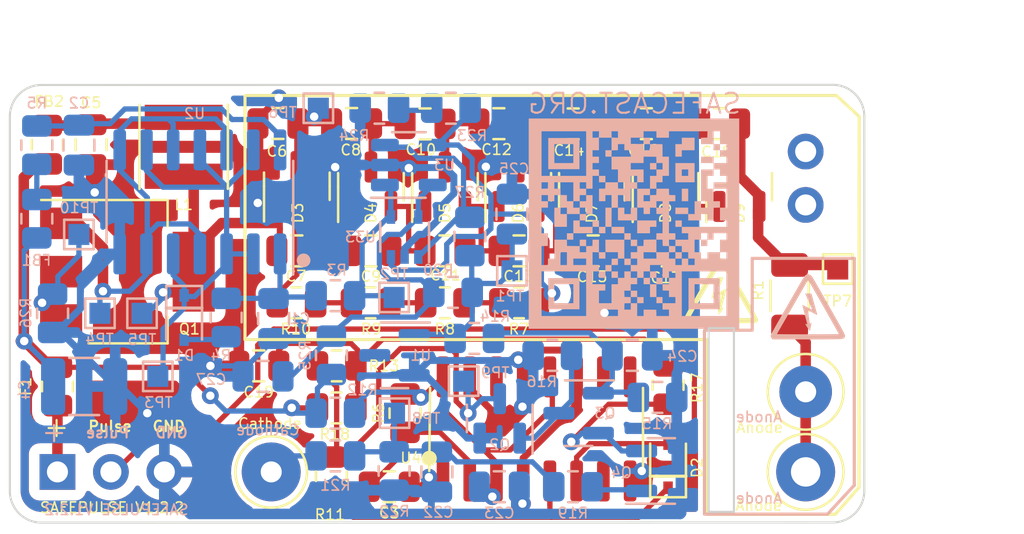
<source format=kicad_pcb>
(kicad_pcb (version 20210424) (generator pcbnew)
  (title_block (title "SafePulse High Voltage Geiger Muller Power Supply") (date "2021-05-15") (rev "V1.2.2"))
  (layers (0 "F.Cu" signal) (1 "In1.Cu" signal) (2 "In2.Cu" signal) (31 "B.Cu" signal) (34 "B.Paste" user) (35 "F.Paste" user) (36 "B.SilkS" user "B.Silkscreen") (37 "F.SilkS" user "F.Silkscreen") (38 "B.Mask" user) (39 "F.Mask" user) (44 "Edge.Cuts" user))
  (net 0 "")
  (net 1 "Net-(C1-Pad1)")
  (net 2 "Net-(C3-Pad1)")
  (net 3 "GND")
  (net 4 "Net-(C5-Pad1)")
  (net 5 "Net-(C7-Pad1)")
  (net 6 "Net-(C7-Pad2)")
  (net 7 "Net-(C24-Pad1)")
  (net 8 "+3V3")
  (net 9 "Net-(Q2-Pad3)")
  (net 10 "Net-(Q2-Pad1)")
  (net 11 "Net-(C2-Pad1)")
  (net 12 "Net-(D1-Pad1)")
  (net 13 "+1V2")
  (net 14 "Net-(Q1-Pad1)")
  (net 15 "Net-(D1-Pad2)")
  (net 16 "Net-(D2-Pad1)")
  (net 17 "Net-(C22-Pad1)")
  (net 18 "Net-(FB1-Pad2)")
  (net 19 "Net-(H1-Pad1)")
  (net 20 "Net-(H2-Pad1)")
  (net 21 "Net-(R8-Pad2)")
  (net 22 "Net-(C19-Pad1)")
  (net 23 "Net-(D2-Pad2)")
  (net 24 "Net-(F1-Pad1)")
  (net 25 "Net-(R10-Pad2)")
  (net 26 "Net-(U4-Pad12)")
  (net 34 "Net-(Q3-Pad2)")
  (net 35 "Net-(Q4-Pad1)")
  (net 36 "Net-(R7-Pad2)")
  (net 37 "Net-(C27-Pad1)")
  (net 38 "Net-(Q1-Pad3)")
  (net 39 "Net-(C6-Pad2)")
  (net 40 "Net-(C10-Pad1)")
  (net 41 "Net-(C11-Pad1)")
  (net 42 "Net-(C10-Pad2)")
  (net 43 "Net-(C11-Pad2)")
  (net 44 "Net-(C12-Pad2)")
  (net 45 "Net-(C13-Pad2)")
  (net 46 "Net-(C14-Pad2)")
  (net 47 "Net-(C15-Pad2)")
  (net 48 "Net-(C16-Pad2)")
  (net 49 "Net-(C17-Pad2)")
  (net 50 "Net-(C18-Pad2)")
  (net 51 "Net-(R7-Pad1)")
  (net 52 "Net-(U3-Pad1)")
  (net 53 "Net-(R23-Pad2)")
  (net 54 "Net-(R27-Pad1)")
  (footprint "Capacitor_SMD:C_0805_2012Metric" (layer "F.Cu") (at 146.918666 65.05)
    (fp_text reference "C11")
    (fp_text value "0.1uF" hide)
  )
  (footprint "Resistor_SMD:R_0805_2012Metric" (layer "F.Cu") (at 128.5 71.501 90)
    (fp_text reference "F1")
    (fp_text value "Polyfuse" hide)
  )
  (footprint "Connector_PinHeader_2.54mm:PinHeader_1x02_P2.54mm_Vertical" (layer "F.Cu") (at 164.06 60.325)
    (fp_text reference "two_pinheader1" hide)
    (fp_text value "Conn_01x03_Male" hide)
  )
  (footprint "Capacitor_SMD:C_0805_2012Metric" (layer "F.Cu") (at 143.398333 65.05)
    (fp_text reference "C9")
    (fp_text value "0.1uF" hide)
  )
  (footprint "TestPoint:TestPoint_Loop_D3.50mm_Drill1.4mm_Beaded" (layer "F.Cu") (at 164.06 71.755 90)
    (fp_text reference "H2" hide)
    (fp_text value "Anode")
  )
  (footprint "TestPoint:TestPoint_Loop_D3.50mm_Drill1.4mm_Beaded" (layer "F.Cu") (at 164.06 75.565)
    (fp_text reference "H4" hide)
    (fp_text value "Anode")
  )
  (footprint "Package_TO_SOT_SMD:SOT-23" (layer "F.Cu") (at 157.4 62 90)
    (fp_text reference "D8")
    (fp_text value "BAV23S" hide)
  )
  (footprint "Package_TO_SOT_SMD:SOT-23" (layer "F.Cu") (at 143.4 62 90)
    (fp_text reference "D4")
    (fp_text value "BAV23S" hide)
  )
  (footprint "Capacitor_SMD:C_0805_2012Metric" (layer "F.Cu") (at 149.48 59)
    (fp_text reference "C12")
    (fp_text value "0.1uF" hide)
  )
  (footprint "Capacitor_SMD:C_0805_2012Metric" (layer "F.Cu") (at 150.438999 65.05)
    (fp_text reference "C13")
    (fp_text value "0.1uF" hide)
  )
  (footprint "Resistor_SMD:R_0805_2012Metric" (layer "F.Cu") (at 157.52 71.4325 -90)
    (fp_text reference "R17")
    (fp_text value "499k" hide)
  )
  (footprint "Capacitor_SMD:C_0805_2012Metric" (layer "F.Cu") (at 145.97 59.01)
    (fp_text reference "C10")
    (fp_text value "0.1uF" hide)
  )
  (footprint "Package_TO_SOT_SMD:SOT-23" (layer "F.Cu") (at 139.878 61.976 90)
    (fp_text reference "D3")
    (fp_text value "BAV23S" hide)
  )
  (footprint "Resistor_SMD:R_0805_2012Metric" (layer "F.Cu") (at 146.911998 67.52 180)
    (fp_text reference "R8")
    (fp_text value "22M" hide)
  )
  (footprint "Resistor_SMD:R_0805_2012Metric" (layer "F.Cu") (at 128.02 60 90)
    (fp_text reference "FB2")
    (fp_text value "74279220321" hide)
  )
  (footprint "Resistor_SMD:R_0805_2012Metric" (layer "F.Cu") (at 150.438999 67.52 180)
    (fp_text reference "R7")
    (fp_text value "22M" hide)
  )
  (footprint "Resistor_SMD:R_0805_2012Metric" (layer "F.Cu") (at 145.02 72.77 -90)
    (fp_text reference "R6")
    (fp_text value "121k" hide)
  )
  (footprint "Capacitor_SMD:C_0805_2012Metric" (layer "F.Cu") (at 153.959332 65.05)
    (fp_text reference "C15")
    (fp_text value "0.1uF" hide)
  )
  (footprint "Package_TO_SOT_SMD:SOT-23" (layer "F.Cu") (at 150.4 62 90)
    (fp_text reference "D6")
    (fp_text value "BAV23S" hide)
  )
  (footprint "TestPoint:TestPoint_Loop_D2.60mm_Drill1.4mm_Beaded" (layer "F.Cu") (at 138.66 75.565)
    (fp_text reference "H1" hide)
    (fp_text value "Cathode")
  )
  (footprint "Package_TO_SOT_SMD:SOT-23" (layer "F.Cu") (at 153.9 62 90)
    (fp_text reference "D7")
    (fp_text value "BAV23S" hide)
  )
  (footprint "Capacitor_SMD:C_0805_2012Metric" (layer "F.Cu") (at 138.98 58.99)
    (fp_text reference "C6")
    (fp_text value "0.1uF" hide)
  )
  (footprint "Capacitor_SMD:C_0805_2012Metric" (layer "F.Cu") (at 130.1 60 -90)
    (fp_text reference "C5")
    (fp_text value "10uF" hide)
  )
  (footprint "Connector_PinHeader_2.54mm:PinHeader_1x03_P2.54mm_Vertical" (layer "F.Cu") (at 128.5 75.565 90)
    (fp_text reference "J1" hide)
    (fp_text value "Conn_01x03_Male" hide)
  )
  (footprint "Symbol:HV warning" (layer "F.Cu") (at 159.996 66.929)
    (fp_text reference "G3" hide)
    (fp_text value "LOGO" hide)
  )
  (footprint "Resistor_SMD:R_1206_3216Metric" (layer "F.Cu") (at 163.298 67.183 -90)
    (fp_text reference "R1")
    (fp_text value "4.99M" hide)
  )
  (footprint "Capacitor_SMD:C_0805_2012Metric" (layer "F.Cu") (at 157.479665 65.05)
    (fp_text reference "C17")
    (fp_text value "0.1uF" hide)
  )
  (footprint "Resistor_SMD:R_0805_2012Metric" (layer "F.Cu") (at 141.77 72.52 180)
    (fp_text reference "R18")
    (fp_text value "1k" hide)
  )
  (footprint "Capacitor_SMD:C_0805_2012Metric" (layer "F.Cu") (at 139.878 65.05)
    (fp_text reference "C7")
    (fp_text value "0.1uF" hide)
  )
  (footprint "Capacitor_SMD:C_0805_2012Metric" (layer "F.Cu") (at 153.01 59.01)
    (fp_text reference "C14")
    (fp_text value "0.1uF" hide)
  )
  (footprint "Inductor_SMD:L_Taiyo-Yuden_MD-4040" (layer "F.Cu") (at 134.5 60.1 -90)
    (fp_text reference "L1")
    (fp_text value "4.7uH" hide)
  )
  (footprint "Resistor_SMD:R_0805_2012Metric" (layer "F.Cu") (at 141.52 75.77 90)
    (fp_text reference "R11")
    (fp_text value "33k" hide)
  )
  (footprint "Resistor_SMD:R_0805_2012Metric" (layer "F.Cu") (at 139.858 67.52)
    (fp_text reference "R10")
    (fp_text value "22M" hide)
  )
  (footprint "Capacitor_SMD:C_0805_2012Metric" (layer "F.Cu") (at 159.97 59)
    (fp_text reference "C18")
    (fp_text value "0.1uF" hide)
  )
  (footprint "Resistor_SMD:R_0805_2012Metric" (layer "F.Cu") (at 143.384999 67.52 180)
    (fp_text reference "R9")
    (fp_text value "22M" hide)
  )
  (footprint "Resistor_SMD:R_0805_2012Metric" (layer "F.Cu") (at 141.77 70.52 180)
    (fp_text reference "R13")
    (fp_text value "100k" hide)
  )
  (footprint "Capacitor_SMD:C_0805_2012Metric" (layer "F.Cu") (at 156.49 59)
    (fp_text reference "C16")
    (fp_text value "0.1uF" hide)
  )
  (footprint "Symbol:QR_code_SafePulse" (layer "F.Cu") (at 155.9 63.755)
    (fp_text reference "G***" hide)
    (fp_text value "LOGO" hide)
  )
  (footprint "Package_SO:SOIC-16_3.9x9.9mm_P1.27mm" (layer "F.Cu") (at 151.27 73.52 90)
    (fp_text reference "U4")
    (fp_text value "CD14538BM" hide)
  )
  (footprint "Package_TO_SOT_SMD:SOT-223-3_TabPin4" (layer "F.Cu") (at 131.826 66.04)
    (fp_text reference "Q1")
    (fp_text value "FQT7N10L" hide)
  )
  (footprint "Package_TO_SOT_SMD:SOT-23" (layer "F.Cu") (at 160.9 62 90)
    (fp_text reference "D9")
    (fp_text value "BAV23S" hide)
  )
  (footprint "Diode_SMD:D_SOD-323" (layer "F.Cu") (at 157.52 75.27 90)
    (fp_text reference "D2")
    (fp_text value "BAS16J" hide)
  )
  (footprint "TestPoint:TestPoint_Pad_1.0x1.0mm" (layer "F.Cu") (at 165.584 65.913)
    (fp_text reference "TP7")
    (fp_text value "TestPoint" hide)
  )
  (footprint "Capacitor_SMD:C_0805_2012Metric" (layer "F.Cu") (at 138.07 70.52 180)
    (fp_text reference "C19")
    (fp_text value "10uF" hide)
  )
  (footprint "Capacitor_SMD:C_0805_2012Metric" (layer "F.Cu") (at 142.48 58.99)
    (fp_text reference "C8")
    (fp_text value "0.1uF" hide)
  )
  (footprint "Package_TO_SOT_SMD:SOT-23" (layer "F.Cu") (at 146.918666 62 90)
    (fp_text reference "D5")
    (fp_text value "BAV23S" hide)
  )
  (footprint "Capacitor_SMD:C_0805_2012Metric" (layer "F.Cu") (at 144.27 76.27)
    (fp_text reference "C3")
    (fp_text value "1nF" hide)
  )
  (footprint "TestPoint:TestPoint_Pad_1.0x1.0mm" (layer "B.Cu") (at 132.52 68.02 180)
    (fp_text reference "TP5")
    (fp_text value "TestPoint" hide)
  )
  (footprint "Resistor_SMD:R_0805_2012Metric" (layer "B.Cu") (at 141.708 74.803)
    (fp_text reference "R21")
    (fp_text value "47k" hide)
  )
  (footprint "TestPoint:TestPoint_Pad_1.0x1.0mm" (layer "B.Cu") (at 150.1 66 180)
    (fp_text reference "TP1")
    (fp_text value "TestPoint" hide)
  )
  (footprint "Resistor_SMD:R_0805_2012Metric" (layer "B.Cu") (at 141.708 72.771)
    (fp_text reference "R12")
    (fp_text value "100" hide)
  )
  (footprint "Package_TO_SOT_SMD:SOT-23" (layer "B.Cu") (at 153.27 72.77 180)
    (fp_text reference "Q3")
    (fp_text value "MMBT3906" hide)
  )
  (footprint "TestPoint:TestPoint_Pad_1.0x1.0mm" (layer "B.Cu") (at 140.9 58.265 180)
    (fp_text reference "TP6")
    (fp_text value "TestPoint" hide)
  )
  (footprint "Resistor_SMD:R_0805_2012Metric" (layer "B.Cu") (at 143.8 58.265 180)
    (fp_text reference "R24")
    (fp_text value "22k" hide)
  )
  (footprint "Capacitor_SMD:C_0805_2012Metric" (layer "B.Cu") (at 149.5 76.27)
    (fp_text reference "C23")
    (fp_text value "10uF" hide)
  )
  (footprint "Capacitor_SMD:C_0805_2012Metric" (layer "B.Cu") (at 129.52 60.02 -90)
    (fp_text reference "C2")
    (fp_text value "10uF" hide)
  )
  (footprint "TestPoint:TestPoint_Pad_1.0x1.0mm" (layer "B.Cu") (at 133.27 71.02 180)
    (fp_text reference "TP3")
    (fp_text value "TestPoint" hide)
  )
  (footprint "Capacitor_SMD:C_0805_2012Metric" (layer "B.Cu") (at 155.82 70.02)
    (fp_text reference "C24")
    (fp_text value "10nF" hide)
  )
  (footprint "Resistor_SMD:R_0805_2012Metric" (layer "B.Cu") (at 141.52 70.02 90)
    (fp_text reference "R25")
    (fp_text value "100" hide)
  )
  (footprint "Resistor_SMD:R_0805_2012Metric" (layer "B.Cu") (at 144.502 75.52 -90)
    (fp_text reference "R22")
    (fp_text value "20k" hide)
  )
  (footprint "Diode_SMD:D_SOD-323" (layer "B.Cu") (at 134.52 68.22 -90)
    (fp_text reference "D1")
    (fp_text value "BAS16J" hide)
  )
  (footprint "Resistor_SMD:R_0805_2012Metric" (layer "B.Cu") (at 127.52 60.02 -90)
    (fp_text reference "R5")
    (fp_text value "100" hide)
  )
  (footprint "Capacitor_SMD:C_0805_2012Metric" (layer "B.Cu") (at 146.534 75.565 -90)
    (fp_text reference "C22")
    (fp_text value "390pF" hide)
  )
  (footprint "Package_TO_SOT_SMD:SOT-23" (layer "B.Cu") (at 157.2 75.52)
    (fp_text reference "Q4")
    (fp_text value "MMBT3906" hide)
  )
  (footprint "Resistor_SMD:R_0805_2012Metric" (layer "B.Cu") (at 147.3 67.024)
    (fp_text reference "R20")
    (fp_text value "118K" hide)
  )
  (footprint "Package_TO_SOT_SMD:SOT-23" (layer "B.Cu") (at 149.52 73.02 90)
    (fp_text reference "Q2")
    (fp_text value "BC846A" hide)
  )
  (footprint "Symbol:HV warning" (layer "B.Cu") (at 164.2 67.7 180)
    (fp_text reference "G2" hide)
    (fp_text value "LOGO" hide)
  )
  (footprint "TestPoint:TestPoint_Pad_1.0x1.0mm" (layer "B.Cu") (at 129.52 64.27 180)
    (fp_text reference "TP10")
    (fp_text value "TestPoint" hide)
  )
  (footprint "Resistor_SMD:R_0805_2012Metric" (layer "B.Cu") (at 147.2 58.265 180)
    (fp_text reference "R23")
    (fp_text value "1.54M" hide)
  )
  (footprint "Capacitor_SMD:C_0805_2012Metric" (layer "B.Cu") (at 138.77 68.27 -90)
    (fp_text reference "C1")
    (fp_text value "150pF" hide)
  )
  (footprint "Resistor_SMD:R_0805_2012Metric" (layer "B.Cu") (at 148.312 69.215)
    (fp_text reference "R14")
    (fp_text value "357k" hide)
  )
  (footprint "TestPoint:TestPoint_Pad_1.0x1.0mm" (layer "B.Cu") (at 144.5 67.265 180)
    (fp_text reference "TP2")
    (fp_text value "TestPoint" hide)
  )
  (footprint "TestPoint:TestPoint_Pad_1.0x1.0mm" (layer "B.Cu") (at 144.52 72.77 180)
    (fp_text reference "TP8")
    (fp_text value "TestPoint" hide)
  )
  (footprint "TestPoint:TestPoint_Pad_1.0x1.0mm" (layer "B.Cu") (at 147.804 71.247 180)
    (fp_text reference "TP9")
    (fp_text value "TestPoint" hide)
  )
  (footprint "Package_SO:SOIC-14_3.9x8.7mm_P1.27mm" (layer "B.Cu") (at 135.27 62.72 90)
    (fp_text reference "U2")
    (fp_text value "74HC14" hide)
  )
  (footprint "Resistor_SMD:R_0805_2012Metric" (layer "B.Cu") (at 128.27 68.02 -90)
    (fp_text reference "R26")
    (fp_text value "0.1E" hide)
  )
  (footprint "Capacitor_SMD:C_0805_2012Metric" (layer "B.Cu") (at 138.27 71.02 180)
    (fp_text reference "C27")
    (fp_text value "10uF" hide)
  )
  (footprint "Resistor_SMD:R_0805_2012Metric" (layer "B.Cu") (at 141.708 67.183)
    (fp_text reference "R3")
    (fp_text value "100K" hide)
  )
  (footprint "Resistor_SMD:R_0805_2012Metric" (layer "B.Cu") (at 136.52 68.22 -90)
    (fp_text reference "R4")
    (fp_text value "10K" hide)
  )
  (footprint "Package_TO_SOT_SMD:SOT-23-5" (layer "B.Cu") (at 145.2 60.965)
    (fp_text reference "U3")
    (fp_text value "TLV27L1DBVT" hide)
  )
  (footprint "Resistor_SMD:R_0805_2012Metric" (layer "B.Cu") (at 157.02 72.02)
    (fp_text reference "R15")
    (fp_text value "220k" hide)
  )
  (footprint "TestPoint:TestPoint_Pad_1.0x1.0mm" (layer "B.Cu") (at 130.52 68.02 180)
    (fp_text reference "TP4")
    (fp_text value "TestPoint" hide)
  )
  (footprint "Package_TO_SOT_SMD:SOT-23" (layer "B.Cu") (at 144.52 70.02 180)
    (fp_text reference "U1")
    (fp_text value "TS4061AILT-1.25" hide)
  )
  (footprint "Resistor_SMD:R_0805_2012Metric" (layer "B.Cu") (at 152.02 70.02 180)
    (fp_text reference "R16")
    (fp_text value "1M" hide)
  )
  (footprint "Capacitor_SMD:C_0805_2012Metric" (layer "B.Cu") (at 150.1 63.3 90)
    (fp_text reference "C25")
    (fp_text value "10nF" hide)
  )
  (footprint "Resistor_SMD:R_0805_2012Metric" (layer "B.Cu") (at 127.52 63.52 90)
    (fp_text reference "FB1")
    (fp_text value "74279220321" hide)
  )
  (footprint "Resistor_SMD:R_0805_2012Metric" (layer "B.Cu") (at 148.1 64.365 -90)
    (fp_text reference "R27")
    (fp_text value "1.54M" hide)
  )
  (footprint "Capacitor_SMD:C_1210_3225Metric" (layer "B.Cu") (at 129.77 71.501)
    (fp_text reference "C4")
    (fp_text value "47uF" hide)
  )
  (footprint "Resistor_SMD:R_0805_2012Metric" (layer "B.Cu") (at 153 76.27 180)
    (fp_text reference "R19")
    (fp_text value "100k" hide)
  )
  (footprint "Package_TO_SOT_SMD:SOT-353_SC-70-5" (layer "B.Cu") (at 145 64.389 90)
    (fp_text reference "U33")
    (fp_text value "MAX9910EXK+T" hide)
  )
  (gr_line (start 159.27 77.575) (end 165.1 77.575) (layer "B.SilkS") (width 0.15))
  (gr_line (start 166.37 76.2) (end 165.1 77.575) (layer "B.SilkS") (width 0.15))
  (gr_line (start 159.27 68.825) (end 161.495 68.825) (layer "B.SilkS") (width 0.15))
  (gr_line (start 161.52 65.405) (end 166.37 65.405) (layer "B.SilkS") (width 0.15))
  (gr_line (start 133.67 67.77) (end 135.37 67.77) (layer "B.SilkS") (width 0.15))
  (gr_line (start 166.37 65.405) (end 166.37 76.2) (layer "B.SilkS") (width 0.15))
  (gr_line (start 159.25 68.835) (end 159.25 77.575) (layer "B.SilkS") (width 0.15))
  (gr_circle (center 140.2 65.5) (end 139.95 65.5) (layer "B.SilkS") (width 0.15) (fill solid))
  (gr_line (start 161.52 68.825) (end 161.52 65.405) (layer "B.SilkS") (width 0.15))
  (gr_line (start 137.414 69.27) (end 159.4 69.27) (layer "F.SilkS") (width 0.15))
  (gr_line (start 158.37 75.77) (end 156.67 75.77) (layer "F.SilkS") (width 0.15))
  (gr_line (start 159.4 69.27) (end 159.4 77.57) (layer "F.SilkS") (width 0.15))
  (gr_line (start 159.4 77.585) (end 165.471 77.580787) (layer "F.SilkS") (width 0.15))
  (gr_line (start 137.414 69.27) (end 137.414 57.658) (layer "F.SilkS") (width 0.15))
  (gr_line (start 166.597 76.3) (end 165.471 77.580787) (layer "F.SilkS") (width 0.15))
  (gr_line (start 166.604 58.658) (end 166.597 76.3) (layer "F.SilkS") (width 0.15))
  (gr_line (start 165.52 57.658) (end 137.414 57.658) (layer "F.SilkS") (width 0.15))
  (gr_line (start 165.52 57.658) (end 166.604 58.658) (layer "F.SilkS") (width 0.15))
  (gr_arc (start 165.347 76.47) (end 166.847 76.47) (angle 90) (layer "Edge.Cuts") (width 0.1))
  (gr_line (start 165.347 77.97) (end 127.738 77.978) (layer "Edge.Cuts") (width 0.1))
  (gr_line (start 166.847 58.65) (end 166.847 76.47) (layer "Edge.Cuts") (width 0.1))
  (gr_arc (start 165.347 58.65) (end 165.347 57.15) (angle 90) (layer "Edge.Cuts") (width 0.1))
  (gr_rect (start 159.45 68.725) (end 160.65 77.465) (layer "Edge.Cuts") (width 0.1) (fill none))
  (gr_arc (start 127.738 76.478) (end 127.738 77.978) (angle 90) (layer "Edge.Cuts") (width 0.1))
  (gr_line (start 127.738 57.158) (end 165.347 57.15) (layer "Edge.Cuts") (width 0.1))
  (gr_line (start 126.238 76.478) (end 126.238 58.658) (layer "Edge.Cuts") (width 0.1))
  (gr_arc (start 127.738 58.658) (end 126.238 58.658) (angle 90) (layer "Edge.Cuts") (width 0.1))
  (gr_text "GND\n" (at 133.925 73.7) (layer "B.SilkS") (effects (font (size 0.5 0.5) (thickness 0.1)) (justify mirror)))
  (gr_text "SAFECAST.ORG" (at 155.93 58.045) (layer "B.SilkS") (effects (font (size 0.95 0.95) (thickness 0.1)) (justify mirror)))
  (gr_text "+" (at 128.341 73.64) (layer "B.SilkS") (effects (font (size 1 1) (thickness 0.1)) (justify mirror)))
  (gr_text "SAFEPULSE V1.2.2\n" (at 131.3 77.365) (layer "B.SilkS") (effects (font (size 0.5 0.5) (thickness 0.075)) (justify mirror)))
  (gr_text "Pulse" (at 130.881 73.7) (layer "B.SilkS") (effects (font (size 0.5 0.5) (thickness 0.1)) (justify mirror)))
  (gr_text "SAFEPULSE V1.2.2\n" (at 131.1 77.265) (layer "F.SilkS") (effects (font (size 0.5 0.5) (thickness 0.075))))
  (gr_text "+" (at 128.46 73.4) (layer "F.SilkS") (effects (font (size 1 1) (thickness 0.1))))
  (gr_text "Pulse" (at 131 73.4) (layer "F.SilkS") (effects (font (size 0.5 0.5) (thickness 0.1))))
  (gr_text "GND\n" (at 133.794 73.4) (layer "F.SilkS") (effects (font (size 0.5 0.5) (thickness 0.1))))
  (via (at 149.17 76.7435) (size 0.8) (drill 0.4) (layers "F.Cu" "B.Cu") (net 0))
  (via (at 145.77 72.02) (size 0.8) (drill 0.4) (layers "F.Cu" "B.Cu") (net 0))
  (segment (start 138.77 67.32) (end 138.845 67.245) (width 0.25) (layer "B.Cu") (net 1))
  (segment (start 138.758 67.3075) (end 138.77 67.32) (width 0.25) (layer "B.Cu") (net 1))
  (segment (start 139.08 65.195) (end 139.08 67.01) (width 0.25) (layer "B.Cu") (net 1))
  (segment (start 139.08 67.01) (end 138.77 67.32) (width 0.25) (layer "B.Cu") (net 1))
  (segment (start 138.845 67.245) (end 140.3825 67.245) (width 0.25) (layer "B.Cu") (net 1))
  (segment (start 136.52 67.3075) (end 138.758 67.3075) (width 0.25) (layer "B.Cu") (net 1))
  (segment (start 143.32 76.27) (end 145.02 74.57) (width 0.25) (layer "F.Cu") (net 2))
  (segment (start 148.095 75.095) (end 146.6825 73.6825) (width 0.25) (layer "F.Cu") (net 2))
  (segment (start 148.095 76.695) (end 148.095 75.995) (width 0.25) (layer "F.Cu") (net 2))
  (segment (start 145.02 74.57) (end 145.02 73.6825) (width 0.25) (layer "F.Cu") (net 2))
  (segment (start 148.095 75.995) (end 148.095 75.095) (width 0.25) (layer "F.Cu") (net 2))
  (segment (start 146.6825 73.6825) (end 145.02 73.6825) (width 0.25) (layer "F.Cu") (net 2))
  (segment (start 150.6 72.465) (end 150.045 73.02) (width 0.3302) (layer "F.Cu") (net 3))
  (segment (start 153.175 71.045) (end 153.175 72.365) (width 0.3302) (layer "F.Cu") (net 3))
  (segment (start 150.635 74.905) (end 150.635 75.995) (width 0.3302) (layer "F.Cu") (net 3))
  (segment (start 130.5 62.04) (end 130.27 62.27) (width 0.5) (layer "F.Cu") (net 3))
  (segment (start 130.5 60.95) (end 130.5 62.04) (width 0.5) (layer "F.Cu") (net 3))
  (segment (start 155.795 75.995) (end 155.715 75.995) (width 0.3302) (layer "F.Cu") (net 3))
  (segment (start 146.825 76.467) (end 146.825 75.995) (width 0.3302) (layer "F.Cu") (net 3))
  (segment (start 146.495 75.995) (end 146.825 75.995) (width 0.3302) (layer "F.Cu") (net 3))
  (segment (start 148.095 71.595) (end 148.095 71.045) (width 0.3302) (layer "F.Cu") (net 3))
  (segment (start 156.27 75.52) (end 155.795 75.995) (width 0.3302) (layer "F.Cu") (net 3))
  (segment (start 135.77 70.52) (end 137.12 70.52) (width 0.3302) (layer "F.Cu") (net 3))
  (segment (start 138.02 59.03) (end 138.05 59) (width 0.3302) (layer "F.Cu") (net 3))
  (segment (start 151 69.77) (end 152.83 69.77) (width 0.3302) (layer "F.Cu") (net 3))
  (segment (start 149.52 73.02) (end 148.095 71.595) (width 0.3302) (layer "F.Cu") (net 3))
  (segment (start 145.77 76.27) (end 146.27 75.77) (width 0.3302) (layer "F.Cu") (net 3))
  (segment (start 146.27 75.77) (end 146.495 75.995) (width 0.3302) (layer "F.Cu") (net 3))
  (segment (start 150.52 75.88) (end 150.635 75.995) (width 0.3302) (layer "F.Cu") (net 3))
  (segment (start 138.05 59) (end 138.05 58.65) (width 0.3302) (layer "F.Cu") (net 3))
  (segment (start 152.83 69.77) (end 153.175 70.115) (width 0.3302) (layer "F.Cu") (net 3))
  (segment (start 138.05 58.74) (end 139.02 57.77) (width 0.3302) (layer "F.Cu") (net 3))
  (segment (start 138.02 62.77) (end 138.02 59.03) (width 0.3302) (layer "F.Cu") (net 3))
  (segment (start 138.05 59) (end 138.05 58.74) (width 0.3302) (layer "F.Cu") (net 3))
  (segment (start 150.635 70.135) (end 151 69.77) (width 0.3302) (layer "F.Cu") (net 3))
  (segment (start 145.22 76.27) (end 145.77 76.27) (width 0.3302) (layer "F.Cu") (net 3))
  (segment (start 153.175 70.115) (end 153.175 71.045) (width 0.3302) (layer "F.Cu") (net 3))
  (segment (start 150.045 73.02) (end 149.52 73.02) (width 0.3302) (layer "F.Cu") (net 3))
  (segment (start 153.175 72.365) (end 150.635 74.905) (width 0.3302) (layer "F.Cu") (net 3))
  (segment (start 150.635 71.045) (end 150.635 70.135) (width 0.3302) (layer "F.Cu") (net 3))
  (via (at 145.2 61.113817) (size 0.8) (drill 0.4) (layers "F.Cu" "B.Cu") (net 3))
  (via (at 154.5 68) (size 0.8) (drill 0.4) (layers "F.Cu" "B.Cu") (net 3))
  (via (at 146.153 75.819) (size 0.8) (drill 0.4) (layers "F.Cu" "B.Cu") (net 3))
  (via (at 150.4 70.231) (size 0.8) (drill 0.4) (layers "F.Cu" "B.Cu") (net 3))
  (via (at 150.6 77.0725) (size 0.8) (drill 0.4) (layers "F.Cu" "B.Cu") (net 3))
  (via (at 132.77 72.77) (size 0.8) (drill 0.4) (layers "F.Cu" "B.Cu") (net 3))
  (via (at 141.7 61.065) (size 0.8) (drill 0.4) (layers "F.Cu" "B.Cu") (net 3))
  (via (at 148.861441 61.04987) (size 0.8) (drill 0.4) (layers "F.Cu" "B.Cu") (net 3))
  (via (at 138.02 62.77) (size 0.8) (drill 0.4) (layers "F.Cu" "B.Cu") (net 3))
  (via (at 156.27 75.52) (size 0.8) (drill 0.4) (layers "F.Cu" "B.Cu") (net 3))
  (via (at 150.6 72.465) (size 0.8) (drill 0.4) (layers "F.Cu" "B.Cu") (net 3))
  (via (at 135.77 70.52) (size 0.8) (drill 0.4) (layers "F.Cu" "B.Cu") (net 3))
  (via (at 130.27 62.27) (size 0.8) (drill 0.4) (layers "F.Cu" "B.Cu") (net 3))
  (via (at 139.02 57.77) (size 0.8) (drill 0.4) (layers "F.Cu" "B.Cu") (net 3))
  (segment (start 150.6 72.465) (end 150.4 72.665) (width 0.3302) (layer "B.Cu") (net 3))
  (segment (start 158.1375 77.5165) (end 158.141 77.52) (width 0.3302) (layer "B.Cu") (net 3))
  (segment (start 130.27 62.27) (end 129.52 61.52) (width 0.3302) (layer "B.Cu") (net 3))
  (segment (start 139.02 57.77) (end 139.25 58) (width 0.3302) (layer "B.Cu") (net 3))
  (segment (start 128.4525 68.9325) (end 128.27 68.9325) (width 0.3302) (layer "B.Cu") (net 3))
  (segment (start 131.318 70.612) (end 131.318 70.568) (width 0.25) (layer "B.Cu") (net 3))
  (segment (start 146.88 72.855) (end 147.9825 73.9575) (width 0.3302) (layer "B.Cu") (net 3))
  (segment (start 131.318 71.3415) (end 131.342 71.3415) (width 0.25) (layer "B.Cu") (net 3))
  (segment (start 137.52 70.52) (end 135.77 70.52) (width 0.25) (layer "B.Cu") (net 3))
  (segment (start 146.27 76.47) (end 146.27 77.52) (width 0.3302) (layer "B.Cu") (net 3))
  (segment (start 131.46 65.195) (end 131.46 63.465) (width 0.3302) (layer "B.Cu") (net 3))
  (segment (start 147.9825 73.9575) (end 148.57 73.9575) (width 0.3302) (layer "B.Cu") (net 3))
  (segment (start 131.46 65.195) (end 131.2 65.195) (width 0.3302) (layer "B.Cu") (net 3))
  (segment (start 146.6 63.065) (end 146.6 63.565) (width 0.3302) (layer "B.Cu") (net 3))
  (segment (start 150.08338 70.20662) (end 150.025 70.265) (width 0.3302) (layer "B.Cu") (net 3))
  (segment (start 131.501 71.501) (end 132.77 72.77) (width 0.3302) (layer "B.Cu") (net 3))
  (segment (start 133.58 75.565) (end 133.58 76.33) (width 0.3302) (layer "B.Cu") (net 3))
  (segment (start 144.0625 60.965) (end 145.051183 60.965) (width 0.3302) (layer "B.Cu") (net 3))
  (segment (start 156.27 75.52) (end 157.4575 75.52) (width 0.3302) (layer "B.Cu") (net 3))
  (segment (start 146.6 63.565) (end 145.9 64.265) (width 0.3302) (layer "B.Cu") (net 3))
  (segment (start 150.22 76.27) (end 150.22 77.47) (width 0.3302) (layer "B.Cu") (net 3))
  (segment (start 129.52 61.52) (end 129.52 60.97) (width 0.3302) (layer "B.Cu") (net 3))
  (segment (start 132.77 72.77) (end 133.52 72.77) (width 0.3302) (layer "B.Cu") (net 3))
  (segment (start 157.9325 72.02) (end 157.9325 75.315) (width 0.5) (layer "B.Cu") (net 3))
  (segment (start 144.27 76.4325) (end 144.27 77.52) (width 0.3302) (layer "B.Cu") (net 3))
  (segment (start 138.77 69.22) (end 138.77 69.27) (width 0.25) (layer "B.Cu") (net 3))
  (segment (start 131.46 63.465) (end 130.27 62.275) (width 0.3302) (layer "B.Cu") (net 3))
  (segment (start 133.58 73.58) (end 132.77 72.77) (width 0.3302) (layer "B.Cu") (net 3))
  (segment (start 146.1625 70.265) (end 145.4575 70.97) (width 0.3302) (layer "B.Cu") (net 3))
  (segment (start 145 64.9391) (end 145 65.339) (width 0.3302) (layer "B.Cu") (net 3))
  (segment (start 128.6765 68.9325) (end 128.27 68.9325) (width 0.3302) (layer "B.Cu") (net 3))
  (segment (start 145.226817 61.087) (end 146.932 61.087) (width 0.3302) (layer "B.Cu") (net 3))
  (segment (start 145.4575 70.97) (end 145.4575 70.8325) (width 0.3302) (layer "B.Cu") (net 3))
  (segment (start 145.051183 60.965) (end 145.2 61.113817) (width 0.3302) (layer "B.Cu") (net 3))
  (segment (start 158.096 77.565) (end 158.141 77.52) (width 0.5) (layer "B.Cu") (net 3))
  (segment (start 146.932 61.087) (end 147.34 61.495) (width 0.3302) (layer "B.Cu") (net 3))
  (segment (start 131.245 71.501) (end 128.6765 68.9325) (width 0.3302) (layer "B.Cu") (net 3))
  (segment (start 138.77 69.22) (end 138.57 69.22) (width 0.25) (layer "B.Cu") (net 3))
  (segment (start 131.2 65.195) (end 129.59 66.805) (width 0.3302) (layer "B.Cu") (net 3))
  (segment (start 138.77 69.27) (end 137.52 70.52) (width 0.25) (layer "B.Cu") (net 3))
  (segment (start 147.34 61.495) (end 147.34 62.325) (width 0.3302) (layer "B.Cu") (net 3))
  (segment (start 129.59 67.795) (end 128.4525 68.9325) (width 0.3302) (layer "B.Cu") (net 3))
  (segment (start 133.58 75.565) (end 133.58 73.58) (width 0.3302) (layer "B.Cu") (net 3))
  (segment (start 138.09 62.7) (end 138.02 62.77) (width 0.3302) (layer "B.Cu") (net 3))
  (segment (start 133.52 72.77) (end 135.77 70.52) (width 0.3302) (layer "B.Cu") (net 3))
  (segment (start 129.59 66.805) (end 129.59 67.795) (width 0.3302) (layer "B.Cu") (net 3))
  (segment (start 157.9325 75.315) (end 158.1375 75.52) (width 0.3302) (layer "B.Cu") (net 3))
  (segment (start 145.9 64.265) (end 145.6741 64.265) (width 0.3302) (layer "B.Cu") (net 3))
  (segment (start 131.318 70.568) (end 131.318 70.612) (width 0.25) (layer "B.Cu") (net 3))
  (segment (start 146.27 75.77) (end 146.27 76.47) (width 0.3302) (layer "B.Cu") (net 3))
  (segment (start 145.4575 70.97) (end 146.005 70.97) (width 0.3302) (layer "B.Cu") (net 3))
  (segment (start 131.318 71.3415) (end 131.318 70.612) (width 0.25) (layer "B.Cu") (net 3))
  (segment (start 134.815 77.565) (end 158.096 77.565) (width 0.5) (layer "B.Cu") (net 3))
  (segment (start 130.27 62.275) (end 130.27 62.27) (width 0.3302) (layer "B.Cu") (net 3))
  (segment (start 150.025 70.265) (end 146.1625 70.265) (width 0.3302) (layer "B.Cu") (net 3))
  (segment (start 131.245 71.501) (end 131.501 71.501) (width 0.3302) (layer "B.Cu") (net 3))
  (segment (start 131.318 72.068) (end 131.318 71.3415) (width 0.5) (layer "B.Cu") (net 3))
  (segment (start 146.88 71.845) (end 146.88 72.855) (width 0.3302) (layer "B.Cu") (net 3))
  (segment (start 158.1375 75.52) (end 158.1375 77.5165) (width 0.5) (layer "B.Cu") (net 3))
  (segment (start 133.58 76.33) (end 134.815 77.565) (width 0.5) (layer "B.Cu") (net 3))
  (segment (start 145.6741 64.265) (end 145 64.9391) (width 0.3302) (layer "B.Cu") (net 3))
  (segment (start 145.2 61.113817) (end 145.226817 61.087) (width 0.3302) (layer "B.Cu") (net 3))
  (segment (start 150.4 72.665) (end 150.393382 72.665) (width 0.3302) (layer "B.Cu") (net 3))
  (segment (start 151.02 69.4794) (end 151.02 70.569) (width 0.25) (layer "B.Cu") (net 3))
  (segment (start 147.34 62.325) (end 146.6 63.065) (width 0.3302) (layer "B.Cu") (net 3))
  (segment (start 146.005 70.97) (end 146.88 71.845) (width 0.3302) (layer "B.Cu") (net 3))
  (segment (start 133.8 59) (end 133.9 58.9) (width 0.5) (layer "F.Cu") (net 4))
  (segment (start 130.5 59.25) (end 130.75 59) (width 0.5) (layer "F.Cu") (net 4))
  (segment (start 130.462 59.0875) (end 130.5 59.05) (width 0.25) (layer "F.Cu") (net 4))
  (segment (start 130.5 59.05) (end 130.5 59.25) (width 0.5) (layer "F.Cu") (net 4))
  (segment (start 130.75 59) (end 133.8 59) (width 0.5) (layer "F.Cu") (net 4))
  (segment (start 128 59.0875) (end 130.462 59.0875) (width 0.5) (layer "F.Cu") (net 4))
  (segment (start 134.05 59.05) (end 134.5 58.6) (width 0.25) (layer "F.Cu") (net 4))
  (segment (start 134.976 64.064) (end 134.976 61.876) (width 0.5) (layer "F.Cu") (net 5))
  (segment (start 134.568 61.468) (end 134.5 61.4) (width 0.25) (layer "F.Cu") (net 5))
  (segment (start 139.05 64.03) (end 139.05 65) (width 0.25) (layer "F.Cu") (net 5))
  (segment (start 139.088 63.656) (end 139.088 63.992) (width 0.25) (layer "F.Cu") (net 5))
  (segment (start 134.976 66.04) (end 134.976 64.064) (width 0.5) (layer "F.Cu") (net 5))
  (segment (start 134.5 61.4) (end 134.609 61.4) (width 0.25) (layer "F.Cu") (net 5))
  (segment (start 138.873 63.726) (end 138.943 63.656) (width 0.25) (layer "F.Cu") (net 5))
  (segment (start 136.314 63.726) (end 134.976 65.064) (width 0.5) (layer "F.Cu") (net 5))
  (segment (start 133.4 61.4) (end 134.5 61.4) (width 0.25) (layer "F.Cu") (net 5))
  (segment (start 134.976 64.064) (end 134.976 66.04) (width 0.25) (layer "F.Cu") (net 5))
  (segment (start 138.873 63.726) (end 136.314 63.726) (width 0.5) (layer "F.Cu") (net 5))
  (segment (start 139.088 63.992) (end 139.05 64.03) (width 0.25) (layer "F.Cu") (net 5))
  (segment (start 133.52 67.02) (end 133.996 67.02) (width 0.5) (layer "F.Cu") (net 5))
  (segment (start 139.004 63.5954) (end 139.004 62.9135) (width 0.25) (layer "F.Cu") (net 5))
  (segment (start 138.943 63.656) (end 139.088 63.656) (width 0.25) (layer "F.Cu") (net 5))
  (segment (start 139.088 63.992) (end 139.088 64.328) (width 0.25) (layer "F.Cu") (net 5))
  (segment (start 138.943 63.656) (end 139.004 63.5954) (width 0.25) (layer "F.Cu") (net 5))
  (segment (start 134.568 61.468) (end 134.5 61.4) (width 0.25) (layer "F.Cu") (net 5))
  (segment (start 134.976 61.876) (end 134.568 61.468) (width 0.25) (layer "F.Cu") (net 5))
  (segment (start 134.976 65.064) (end 134.976 66.04) (width 0.5) (layer "F.Cu") (net 5))
  (via (at 133.52 67.02) (size 0.8) (drill 0.4) (layers "F.Cu" "B.Cu") (net 5))
  (segment (start 133.52 67.27) (end 133.52 67.02) (width 0.25) (layer "B.Cu") (net 5))
  (segment (start 132.52 68.27) (end 133.52 67.27) (width 0.25) (layer "B.Cu") (net 5))
  (segment (start 141.6295 65.0275) (end 141.607 65.05) (width 0.25) (layer "F.Cu") (net 6))
  (segment (start 142.448333 65.05) (end 141.607 65.05) (width 0.25) (layer "F.Cu") (net 6))
  (segment (start 141.6295 62.9135) (end 142.424333 62.9135) (width 0.25) (layer "F.Cu") (net 6))
  (segment (start 141.607 65.05) (end 140.828 65.05) (width 0.25) (layer "F.Cu") (net 6))
  (segment (start 142.628 62.859) (end 142.55 62.9375) (width 0.25) (layer "F.Cu") (net 6))
  (segment (start 141.6295 62.9135) (end 141.6295 65.0275) (width 0.25) (layer "F.Cu") (net 6))
  (segment (start 140.828 62.9135) (end 141.6295 62.9135) (width 0.25) (layer "F.Cu") (net 6))
  (segment (start 142.526 62.9135) (end 142.55 62.9375) (width 0.25) (layer "F.Cu") (net 6))
  (segment (start 142.424333 62.9135) (end 142.448333 62.9375) (width 0.25) (layer "F.Cu") (net 6))
  (segment (start 156.1075 72.02) (end 155.8575 71.77) (width 0.25) (layer "B.Cu") (net 7))
  (segment (start 154.87 70.02) (end 153.805 68.955) (width 0.25) (layer "B.Cu") (net 7))
  (segment (start 149.4845 68.955) (end 149.2245 69.215) (width 0.25) (layer "B.Cu") (net 7))
  (segment (start 155.8575 71.77) (end 154.2575 71.77) (width 0.25) (layer "B.Cu") (net 7))
  (segment (start 154.87 70.02) (end 154.87 71.1575) (width 0.25) (layer "B.Cu") (net 7))
  (segment (start 153.805 68.955) (end 149.4845 68.955) (width 0.25) (layer "B.Cu") (net 7))
  (segment (start 154.2575 71.77) (end 154.2075 71.82) (width 0.25) (layer "B.Cu") (net 7))
  (segment (start 154.87 71.1575) (end 154.2075 71.82) (width 0.25) (layer "B.Cu") (net 7))
  (segment (start 154.87 70.02) (end 154.77 70.02) (width 0.25) (layer "B.Cu") (net 7))
  (segment (start 154.3075 71.92) (end 154.2075 71.82) (width 0.25) (layer "B.Cu") (net 7))
  (segment (start 154.308 71.92) (end 154.3075 71.92) (width 0.25) (layer "B.Cu") (net 7))
  (segment (start 154.308 71.92) (end 154.208 71.82) (width 0.25) (layer "B.Cu") (net 7))
  (segment (start 156.108 72.02) (end 156.1075 72.02) (width 0.25) (layer "B.Cu") (net 7))
  (segment (start 126.9 61.556) (end 127.5235 60.9325) (width 0.5) (layer "F.Cu") (net 8))
  (segment (start 134.4121 70.5885) (end 128.5 70.5885) (width 0.25) (layer "F.Cu") (net 8))
  (segment (start 127.5235 60.9325) (end 128.02 60.9325) (width 0.5) (layer "F.Cu") (net 8))
  (segment (start 128 60.9125) (end 127.391 60.9125) (width 0.25) (layer "F.Cu") (net 8))
  (segment (start 139.6345 72.517) (end 139.6375 72.52) (width 0.25) (layer "F.Cu") (net 8))
  (segment (start 139.6375 72.52) (end 140.9455 72.52) (width 0.25) (layer "F.Cu") (net 8))
  (segment (start 126.756 69.3424) (end 126.9 69.1984) (width 0.5) (layer "F.Cu") (net 8))
  (segment (start 128.499 70.5875) (end 128.5 70.5885) (width 0.25) (layer "F.Cu") (net 8))
  (segment (start 128.412 70.5) (end 128.1 70.5) (width 0.5) (layer "F.Cu") (net 8))
  (segment (start 128.151 70.5875) (end 128.499 70.5875) (width 0.25) (layer "F.Cu") (net 8))
  (segment (start 128.5 70.5875) (end 128.412 70.5) (width 0.25) (layer "F.Cu") (net 8))
  (segment (start 126.9209 69.3424) (end 126.756 69.3424) (width 0.25) (layer "F.Cu") (net 8))
  (segment (start 135.7647 71.9411) (end 134.4121 70.5885) (width 0.25) (layer "F.Cu") (net 8))
  (segment (start 128.1 70.5) (end 126.9424 69.3424) (width 0.5) (layer "F.Cu") (net 8))
  (segment (start 126.9424 69.3424) (end 126.9209 69.3424) (width 0.5) (layer "F.Cu") (net 8))
  (segment (start 128.499 70.5875) (end 128.5 70.5875) (width 0.25) (layer "F.Cu") (net 8))
  (segment (start 127.391 60.9125) (end 128 60.9125) (width 0.25) (layer "F.Cu") (net 8))
  (segment (start 126.9 69.1984) (end 126.9 61.556) (width 0.5) (layer "F.Cu") (net 8))
  (via (at 139.6345 72.517) (size 0.8) (drill 0.4) (layers "F.Cu" "B.Cu") (net 8))
  (via (at 135.7647 71.9411) (size 0.8) (drill 0.4) (layers "F.Cu" "B.Cu") (net 8))
  (via (at 126.9209 69.3424) (size 0.8) (drill 0.4) (layers "F.Cu" "B.Cu") (net 8))
  (segment (start 128.368 71.3415) (end 128.368 70.7895) (width 0.25) (layer "B.Cu") (net 8))
  (segment (start 139.6345 72.6686) (end 136.4922 72.6686) (width 0.25) (layer "B.Cu") (net 8))
  (segment (start 139.7359 72.77) (end 139.6345 72.6686) (width 0.25) (layer "B.Cu") (net 8))
  (segment (start 140.8575 72.77) (end 140.8575 71.595) (width 0.25) (layer "B.Cu") (net 8))
  (segment (start 136.4922 72.6686) (end 135.7647 71.9411) (width 0.25) (layer "B.Cu") (net 8))
  (segment (start 127.0831 69.1802) (end 126.9209 69.3424) (width 0.25) (layer "B.Cu") (net 8))
  (segment (start 140.3793 72.77) (end 139.7359 72.77) (width 0.25) (layer "B.Cu") (net 8))
  (segment (start 128.368 70.7895) (end 126.9209 69.3424) (width 0.25) (layer "B.Cu") (net 8))
  (segment (start 126.9209 65.0316) (end 127.52 64.4325) (width 0.25) (layer "B.Cu") (net 8))
  (segment (start 140.695 72.77) (end 140.695 72.4543) (width 0.25) (layer "B.Cu") (net 8))
  (segment (start 126.9209 69.3424) (end 126.9209 65.0316) (width 0.25) (layer "B.Cu") (net 8))
  (segment (start 140.8575 71.595) (end 141.52 70.9325) (width 0.25) (layer "B.Cu") (net 8))
  (segment (start 140.695 72.4543) (end 140.3793 72.77) (width 0.25) (layer "B.Cu") (net 8))
  (segment (start 139.6345 72.6686) (end 139.6345 72.517) (width 0.25) (layer "B.Cu") (net 8))
  (segment (start 141.77 71.52) (end 141.77 74.6075) (width 0.25) (layer "F.Cu") (net 9))
  (segment (start 143.77 70.73) (end 144.8 69.7) (width 0.25) (layer "F.Cu") (net 9))
  (segment (start 142.1825 74.8575) (end 143.77 73.27) (width 0.25) (layer "F.Cu") (net 9))
  (segment (start 141.77 74.6075) (end 141.52 74.8575) (width 0.25) (layer "F.Cu") (net 9))
  (segment (start 147.45 72.2) (end 148.02 72.77) (width 0.25) (layer "F.Cu") (net 9))
  (segment (start 143.77 73.27) (end 143.77 70.73) (width 0.25) (layer "F.Cu") (net 9))
  (segment (start 147.2 69.7) (end 147.45 69.95) (width 0.25) (layer "F.Cu") (net 9))
  (segment (start 140.8575 70.52) (end 140.8575 70.6075) (width 0.25) (layer "F.Cu") (net 9))
  (segment (start 144.8 69.7) (end 147.2 69.7) (width 0.25) (layer "F.Cu") (net 9))
  (segment (start 147.45 69.95) (end 147.45 72.2) (width 0.25) (layer "F.Cu") (net 9))
  (segment (start 140.8575 70.6075) (end 141.77 71.52) (width 0.25) (layer "F.Cu") (net 9))
  (via (at 148.02 72.77) (size 0.8) (drill 0.4) (layers "F.Cu" "B.Cu") (net 9))
  (segment (start 148.7075 72.0825) (end 149.52 72.0825) (width 0.25) (layer "B.Cu") (net 9))
  (segment (start 149.4575 72.02) (end 149.5133 72.0757) (width 0.25) (layer "B.Cu") (net 9))
  (segment (start 148.02 71.385) (end 148.02 72.77) (width 0.25) (layer "B.Cu") (net 9))
  (segment (start 147.9 71.265) (end 148.02 71.385) (width 0.25) (layer "B.Cu") (net 9))
  (segment (start 148.02 72.77) (end 148.7075 72.0825) (width 0.25) (layer "B.Cu") (net 9))
  (segment (start 149.5133 72.0757) (end 149.52 72.0825) (width 0.25) (layer "B.Cu") (net 9))
  (segment (start 151.7385 73.3637) (end 152.332 72.77) (width 0.25) (layer "B.Cu") (net 10))
  (segment (start 150.47 73.9575) (end 151.145 73.9575) (width 0.25) (layer "B.Cu") (net 10))
  (segment (start 152.9325 72.17) (end 152.3325 72.77) (width 0.25) (layer "B.Cu") (net 10))
  (segment (start 151.7385 73.3637) (end 151.7388 73.3637) (width 0.25) (layer "B.Cu") (net 10))
  (segment (start 152.9325 70.02) (end 152.9325 72.17) (width 0.25) (layer "B.Cu") (net 10))
  (segment (start 151.145 73.9575) (end 151.7385 73.3637) (width 0.25) (layer "B.Cu") (net 10))
  (segment (start 151.7388 73.3637) (end 152.3325 72.77) (width 0.25) (layer "B.Cu") (net 10))
  (segment (start 136.3 58.3) (end 136.8 58.8) (width 0.25) (layer "B.Cu") (net 11))
  (segment (start 136.8 58.8) (end 138.3 58.8) (width 0.25) (layer "B.Cu") (net 11))
  (segment (start 131.7 58.3) (end 136.3 58.3) (width 0.25) (layer "B.Cu") (net 11))
  (segment (start 129.52 59.07) (end 129.59 59) (width 0.25) (layer "B.Cu") (net 11))
  (segment (start 127.52 59.1075) (end 129.4825 59.1075) (width 0.25) (layer "B.Cu") (net 11))
  (segment (start 139.08 59.58) (end 139.08 60.245) (width 0.25) (layer "B.Cu") (net 11))
  (segment (start 129.59 59) (end 131 59) (width 0.25) (layer "B.Cu") (net 11))
  (segment (start 129.4825 59.1075) (end 129.52 59.07) (width 0.25) (layer "B.Cu") (net 11))
  (segment (start 138.3 58.8) (end 139.08 59.58) (width 0.25) (layer "B.Cu") (net 11))
  (segment (start 131 59) (end 131.7 58.3) (width 0.25) (layer "B.Cu") (net 11))
  (segment (start 132.73 60.245) (end 132.73 59.76) (width 0.25) (layer "B.Cu") (net 12))
  (segment (start 137.81 60.245) (end 137.81 60.73) (width 0.25) (layer "B.Cu") (net 12))
  (segment (start 132.73 61.23) (end 133.52 62.02) (width 0.25) (layer "B.Cu") (net 12))
  (segment (start 134.52 67.77) (end 133.52 68.77) (width 0.25) (layer "B.Cu") (net 12))
  (segment (start 134.52 67.17) (end 134.52 66.72) (width 0.25) (layer "B.Cu") (net 12))
  (segment (start 134.52 66.72) (end 134 66.2) (width 0.25) (layer "B.Cu") (net 12))
  (segment (start 136.54 65.7) (end 135.02 67.22) (width 0.25) (layer "B.Cu") (net 12))
  (segment (start 132.73 60.245) (end 132.73 61.23) (width 0.25) (layer "B.Cu") (net 12))
  (segment (start 135.27 60.245) (end 135.27 61.02) (width 0.25) (layer "B.Cu") (net 12))
  (segment (start 137.77 60.285) (end 137.81 60.245) (width 0.25) (layer "B.Cu") (net 12))
  (segment (start 136.54 65.195) (end 137.81 65.195) (width 0.25) (layer "B.Cu") (net 12))
  (segment (start 134.02 65.175) (end 134 65.195) (width 0.25) (layer "B.Cu") (net 12))
  (segment (start 133.52 70.77) (end 133.27 71.02) (width 0.25) (layer "B.Cu") (net 12))
  (segment (start 134.57 67.22) (end 134.52 67.17) (width 0.25) (layer "B.Cu") (net 12))
  (segment (start 136.54 62) (end 135.27 60.73) (width 0.25) (layer "B.Cu") (net 12))
  (segment (start 137.77 60.77) (end 137.77 60.285) (width 0.25) (layer "B.Cu") (net 12))
  (segment (start 136.54 65.195) (end 136.54 62.25) (width 0.25) (layer "B.Cu") (net 12))
  (segment (start 133.52 62.02) (end 136.52 62.02) (width 0.25) (layer "B.Cu") (net 12))
  (segment (start 136.54 65.195) (end 136.54 65.7) (width 0.25) (layer "B.Cu") (net 12))
  (segment (start 134.52 67.17) (end 134.52 67.77) (width 0.25) (layer "B.Cu") (net 12))
  (segment (start 135.27 60.73) (end 135.27 60.245) (width 0.25) (layer "B.Cu") (net 12))
  (segment (start 133.52 68.77) (end 133.52 70.77) (width 0.25) (layer "B.Cu") (net 12))
  (segment (start 136.54 62.25) (end 136.54 62) (width 0.25) (layer "B.Cu") (net 12))
  (segment (start 134 66.2) (end 134 65.195) (width 0.25) (layer "B.Cu") (net 12))
  (segment (start 136.54 62) (end 137.81 60.73) (width 0.25) (layer "B.Cu") (net 12))
  (segment (start 135.27 60.245) (end 135.27 60.98) (width 0.25) (layer "B.Cu") (net 12))
  (segment (start 135.02 67.22) (end 134.57 67.22) (width 0.25) (layer "B.Cu") (net 12))
  (segment (start 135.27 59.47) (end 135.27 60.245) (width 0.25) (layer "B.Cu") (net 12))
  (segment (start 148.4125 66.8875) (end 148.4125 66.6) (width 0.25) (layer "B.Cu") (net 13))
  (segment (start 148.19 66.3775) (end 148.19 65.49) (width 0.25) (layer "B.Cu") (net 13))
  (segment (start 148.4125 66.6) (end 148.19 66.3775) (width 0.25) (layer "B.Cu") (net 13))
  (segment (start 150.1 66) (end 150.11 66) (width 0.25) (layer "B.Cu") (net 13))
  (segment (start 150.11 64.26) (end 150.1 64.25) (width 0.25) (layer "B.Cu") (net 13))
  (segment (start 148.4125 66.6) (end 149.5 66.6) (width 0.25) (layer "B.Cu") (net 13))
  (segment (start 145.4575 69.07) (end 145.5025 69.025) (width 0.25) (layer "B.Cu") (net 13))
  (segment (start 149.5 66.6) (end 150.1 66) (width 0.25) (layer "B.Cu") (net 13))
  (segment (start 149.75 63.9) (end 150.1 64.25) (width 0.25) (layer "B.Cu") (net 13))
  (segment (start 148.2125 68.402) (end 147.3995 69.215) (width 0.25) (layer "B.Cu") (net 13))
  (segment (start 150.11 66) (end 150.11 64.26) (width 0.25) (layer "B.Cu") (net 13))
  (segment (start 145.5025 69.025) (end 147.0625 69.025) (width 0.25) (layer "B.Cu") (net 13))
  (segment (start 148.2125 67.024) (end 148.2125 68.402) (width 0.25) (layer "B.Cu") (net 13))
  (segment (start 145.72 69.07) (end 145.4575 69.07) (width 0.25) (layer "B.Cu") (net 13))
  (segment (start 128.777 63.74) (end 128.676 63.74) (width 0.25) (layer "F.Cu") (net 14))
  (segment (start 129.49 63.74) (end 128.777 63.74) (width 0.25) (layer "F.Cu") (net 14))
  (segment (start 130.664198 64.914198) (end 130.664198 66.968888) (width 0.5) (layer "F.Cu") (net 14))
  (segment (start 128.777 63.74) (end 128.676 63.74) (width 0.25) (layer "F.Cu") (net 14))
  (segment (start 129.49 63.74) (end 130.664198 64.914198) (width 0.5) (layer "F.Cu") (net 14))
  (via (at 130.664198 66.968888) (size 0.8) (drill 0.4) (layers "F.Cu" "B.Cu") (net 14))
  (segment (start 132.02 58.77) (end 133.77 58.77) (width 0.25) (layer "B.Cu") (net 14))
  (segment (start 132.73 65.195) (end 132.73 66.17) (width 0.25) (layer "B.Cu") (net 14))
  (segment (start 131.46 60.245) (end 131.46 61.21) (width 0.25) (layer "B.Cu") (net 14))
  (segment (start 135.27 64.27) (end 135.27 65.195) (width 0.25) (layer "B.Cu") (net 14))
  (segment (start 132.73 64.31) (end 133.27 63.77) (width 0.25) (layer "B.Cu") (net 14))
  (segment (start 132.77 65.155) (end 132.73 65.195) (width 0.25) (layer "B.Cu") (net 14))
  (segment (start 133.77 58.77) (end 136.02 58.77) (width 0.25) (layer "B.Cu") (net 14))
  (segment (start 131.46 61.21) (end 132.77 62.52) (width 0.25) (layer "B.Cu") (net 14))
  (segment (start 130.52 68.27) (end 130.52 67.113086) (width 0.25) (layer "B.Cu") (net 14))
  (segment (start 134.77 63.77) (end 135.27 64.27) (width 0.25) (layer "B.Cu") (net 14))
  (segment (start 131.46 60.245) (end 131.46 59.33) (width 0.25) (layer "B.Cu") (net 14))
  (segment (start 133.27 63.77) (end 134.77 63.77) (width 0.25) (layer "B.Cu") (net 14))
  (segment (start 131.931112 66.968888) (end 130.664198 66.968888) (width 0.25) (layer "B.Cu") (net 14))
  (segment (start 132.77 62.52) (end 132.77 65.155) (width 0.25) (layer "B.Cu") (net 14))
  (segment (start 132.73 65.195) (end 132.73 64.31) (width 0.25) (layer "B.Cu") (net 14))
  (segment (start 136.02 58.77) (end 136.54 59.29) (width 0.25) (layer "B.Cu") (net 14))
  (segment (start 134 59) (end 134 60.245) (width 0.25) (layer "B.Cu") (net 14))
  (segment (start 133.77 58.77) (end 134 59) (width 0.25) (layer "B.Cu") (net 14))
  (segment (start 136.54 59.29) (end 136.54 60.245) (width 0.25) (layer "B.Cu") (net 14))
  (segment (start 132.73 66.17) (end 131.931112 66.968888) (width 0.25) (layer "B.Cu") (net 14))
  (segment (start 131.46 59.33) (end 132.02 58.77) (width 0.25) (layer "B.Cu") (net 14))
  (segment (start 130.52 67.113086) (end 130.664198 66.968888) (width 0.25) (layer "B.Cu") (net 14))
  (segment (start 136.382 69.27) (end 136.52 69.1325) (width 0.25) (layer "B.Cu") (net 15))
  (segment (start 134.52 69.27) (end 136.382 69.27) (width 0.25) (layer "B.Cu") (net 15))
  (segment (start 151.905 77.155) (end 151.905 75.995) (width 0.25) (layer "F.Cu") (net 16))
  (segment (start 151.974 77.724) (end 142.5615 77.724) (width 0.25) (layer "F.Cu") (net 16))
  (segment (start 156.116 77.724) (end 155.974 77.724) (width 0.25) (layer "F.Cu") (net 16))
  (segment (start 142.5615 77.724) (end 141.52 76.6825) (width 0.25) (layer "F.Cu") (net 16))
  (segment (start 151.905 77.655) (end 151.974 77.724) (width 0.25) (layer "F.Cu") (net 16))
  (segment (start 155.974 77.724) (end 151.974 77.724) (width 0.25) (layer "F.Cu") (net 16))
  (segment (start 151.905 75.995) (end 151.905 77.655) (width 0.25) (layer "F.Cu") (net 16))
  (segment (start 157.52 76.32) (end 156.116 77.724) (width 0.25) (layer "F.Cu") (net 16))
  (segment (start 142.816 74.6075) (end 144.27 74.6075) (width 0.25) (layer "B.Cu") (net 17))
  (segment (start 147.01 74.615) (end 146.534 74.615) (width 0.25) (layer "B.Cu") (net 17))
  (segment (start 144.308 74.57) (end 144.27 74.6075) (width 0.25) (layer "B.Cu") (net 17))
  (segment (start 146.27 74.57) (end 144.308 74.57) (width 0.25) (layer "B.Cu") (net 17))
  (segment (start 151.8575 75.8725) (end 151.07 75.085) (width 0.25) (layer "B.Cu") (net 17))
  (segment (start 142.6205 74.803) (end 142.816 74.6075) (width 0.25) (layer "B.Cu") (net 17))
  (segment (start 144.502 74.6075) (end 144.52 72.77) (width 0.25) (layer "B.Cu") (net 17))
  (segment (start 147.48 75.085) (end 147.01 74.615) (width 0.25) (layer "B.Cu") (net 17))
  (segment (start 151.07 75.085) (end 147.48 75.085) (width 0.25) (layer "B.Cu") (net 17))
  (segment (start 151.8575 76.1075) (end 151.8575 75.8725) (width 0.25) (layer "B.Cu") (net 17))
  (segment (start 144.27 74.6075) (end 144.502 74.6075) (width 0.25) (layer "B.Cu") (net 17))
  (segment (start 127.52 60.9325) (end 127.52 62.6075) (width 0.25) (layer "B.Cu") (net 18))
  (segment (start 139.422 74.803) (end 138.66 75.565) (width 0.25) (layer "B.Cu") (net 19))
  (segment (start 140.7955 74.803) (end 139.422 74.803) (width 0.25) (layer "B.Cu") (net 19))
  (segment (start 164.06 69.4075) (end 164.06 71.755) (width 0.5) (layer "F.Cu") (net 20))
  (segment (start 163.298 68.6455) (end 164.06 69.4075) (width 0.5) (layer "F.Cu") (net 20))
  (segment (start 164.06 71.755) (end 164.06 75.565) (width 0.5) (layer "F.Cu") (net 20))
  (segment (start 144.52 67.52) (end 144.5205 67.52) (width 0.25) (layer "F.Cu") (net 21))
  (segment (start 144.5205 67.52) (end 146.3575 67.52) (width 0.25) (layer "F.Cu") (net 21))
  (segment (start 146.3575 67.52) (end 146.358 67.52) (width 0.25) (layer "F.Cu") (net 21))
  (segment (start 142.77 70.4325) (end 142.6825 70.52) (width 0.25) (layer "F.Cu") (net 22))
  (segment (start 142.682 70.52) (end 142.6823 70.5202) (width 0.25) (layer "F.Cu") (net 22))
  (segment (start 139.02 70.52) (end 139.02 69.77) (width 0.25) (layer "F.Cu") (net 22))
  (segment (start 157.52 70.52) (end 157.52 70.37) (width 0.25) (layer "F.Cu") (net 22))
  (segment (start 142.77 69.77) (end 142.77 70.4325) (width 0.25) (layer "F.Cu") (net 22))
  (segment (start 142.45 69.45) (end 142.77 69.77) (width 0.25) (layer "F.Cu") (net 22))
  (segment (start 142.77 70.6075) (end 142.77 71.476) (width 0.25) (layer "F.Cu") (net 22))
  (segment (start 157.52 70.37) (end 156.4 69.25) (width 0.25) (layer "F.Cu") (net 22))
  (segment (start 143.952 69.25) (end 142.682 70.52) (width 0.25) (layer "F.Cu") (net 22))
  (segment (start 139.02 69.77) (end 139.34 69.45) (width 0.25) (layer "F.Cu") (net 22))
  (segment (start 142.77 71.5637) (end 142.77 72.52) (width 0.25) (layer "F.Cu") (net 22))
  (segment (start 139.34 69.45) (end 142.45 69.45) (width 0.25) (layer "F.Cu") (net 22))
  (segment (start 142.6823 70.5202) (end 142.77 70.6075) (width 0.25) (layer "F.Cu") (net 22))
  (segment (start 142.6825 70.52) (end 142.6823 70.5202) (width 0.25) (layer "F.Cu") (net 22))
  (segment (start 156.4 69.25) (end 143.952 69.25) (width 0.25) (layer "F.Cu") (net 22))
  (segment (start 158.02 68.77) (end 138.7803 68.77) (width 0.25) (layer "F.Cu") (net 23))
  (segment (start 157.9973 74.22) (end 158.77 73.4473) (width 0.25) (layer "F.Cu") (net 23))
  (segment (start 153.82 74.22) (end 153.175 74.865) (width 0.25) (layer "F.Cu") (net 23))
  (segment (start 138.02 69.5303) (end 138.02 71.30835) (width 0.25) (layer "F.Cu") (net 23))
  (segment (start 131.225 75.565) (end 131.04 75.565) (width 0.25) (layer "F.Cu") (net 23))
  (segment (start 135.67455 73.6538) (end 133.1362 73.6538) (width 0.25) (layer "F.Cu") (net 23))
  (segment (start 133.1362 73.6538) (end 131.225 75.565) (width 0.25) (layer "F.Cu") (net 23))
  (segment (start 138.02 71.30835) (end 135.67455 73.6538) (width 0.25) (layer "F.Cu") (net 23))
  (segment (start 138.7803 68.77) (end 138.02 69.5303) (width 0.25) (layer "F.Cu") (net 23))
  (segment (start 157.52 74.22) (end 157.9973 74.22) (width 0.25) (layer "F.Cu") (net 23))
  (segment (start 157.52 74.22) (end 153.82 74.22) (width 0.25) (layer "F.Cu") (net 23))
  (segment (start 158.77 73.4473) (end 158.77 69.52) (width 0.25) (layer "F.Cu") (net 23))
  (segment (start 153.175 74.865) (end 153.175 75.995) (width 0.25) (layer "F.Cu") (net 23))
  (segment (start 158.77 69.52) (end 158.02 68.77) (width 0.25) (layer "F.Cu") (net 23))
  (segment (start 128.5 72.4125) (end 128.5 72.4135) (width 0.5) (layer "F.Cu") (net 24))
  (segment (start 128.5 72.4135) (end 128.5 75.25) (width 0.5) (layer "F.Cu") (net 24))
  (segment (start 128.5 75.25) (end 128.5 75.565) (width 0.25) (layer "F.Cu") (net 24))
  (segment (start 142.695 67.52) (end 142.6955 67.52) (width 0.25) (layer "F.Cu") (net 25))
  (segment (start 140.77 67.52) (end 140.7705 67.52) (width 0.25) (layer "F.Cu") (net 25))
  (segment (start 140.7705 67.52) (end 142.695 67.52) (width 0.25) (layer "F.Cu") (net 25))
  (segment (start 147.645 73.395) (end 149.365 75.115) (width 0.25) (layer "F.Cu") (net 26))
  (segment (start 145.02 71.8575) (end 146.0125 71.8575) (width 0.25) (layer "F.Cu") (net 26))
  (segment (start 152.02 72.52) (end 152.02 71.16) (width 0.25) (layer "F.Cu") (net 26))
  (segment (start 149.27 75.9) (end 149.365 75.995) (width 0.25) (layer "F.Cu") (net 26))
  (segment (start 147.645 73.395) (end 148.77 74.52) (width 0.25) (layer "F.Cu") (net 26))
  (segment (start 145.02 71.8575) (end 145.6075 71.8575) (width 0.25) (layer "F.Cu") (net 26))
  (segment (start 150.02 74.52) (end 152.02 72.52) (width 0.25) (layer "F.Cu") (net 26))
  (segment (start 146.0125 71.8575) (end 146.825 71.045) (width 0.25) (layer "F.Cu") (net 26))
  (segment (start 146.825 71.045) (end 146.825 72.575) (width 0.25) (layer "F.Cu") (net 26))
  (segment (start 152.02 71.16) (end 151.905 71.045) (width 0.25) (layer "F.Cu") (net 26))
  (segment (start 145.6075 71.8575) (end 145.77 72.02) (width 0.25) (layer "F.Cu") (net 26))
  (segment (start 146.825 72.575) (end 147.645 73.395) (width 0.25) (layer "F.Cu") (net 26))
  (segment (start 149.365 75.115) (end 149.365 75.995) (width 0.25) (layer "F.Cu") (net 26))
  (segment (start 149.17 76.19) (end 149.365 75.995) (width 0.25) (layer "F.Cu") (net 26))
  (segment (start 149.365 76.175) (end 149.365 75.995) (width 0.25) (layer "F.Cu") (net 26))
  (segment (start 149.17 76.7435) (end 149.17 76.19) (width 0.25) (layer "F.Cu") (net 26))
  (segment (start 148.77 74.52) (end 150.02 74.52) (width 0.25) (layer "F.Cu") (net 26))
  (segment (start 149.02 76.52) (end 148.57 76.52) (width 0.25) (layer "B.Cu") (net 26))
  (segment (start 142.5205 72.7705) (end 142.52 72.77) (width 0.25) (layer "B.Cu") (net 26))
  (segment (start 142.5205 72.7705) (end 142.5205 72.77) (width 0.25) (layer "B.Cu") (net 26))
  (segment (start 142.6825 72.3575) (end 143.27 71.77) (width 0.25) (layer "B.Cu") (net 26))
  (segment (start 142.6825 72.77) (end 142.6825 72.3575) (width 0.25) (layer "B.Cu") (net 26))
  (segment (start 143.27 71.77) (end 145.52 71.77) (width 0.25) (layer "B.Cu") (net 26))
  (segment (start 148.57 76.52) (end 148.32 76.27) (width 0.25) (layer "B.Cu") (net 26))
  (segment (start 145.52 71.77) (end 145.77 72.02) (width 0.25) (layer "B.Cu") (net 26))
  (segment (start 148.27 76.27) (end 148.32 76.27) (width 0.25) (layer "B.Cu") (net 26))
  (segment (start 154.7064 72.345) (end 157.52 72.345) (width 0.25) (layer "F.Cu") (net 34))
  (segment (start 152.9198 74.1316) (end 154.7064 72.345) (width 0.25) (layer "F.Cu") (net 34))
  (via (at 152.9198 74.1316) (size 0.8) (drill 0.4) (layers "F.Cu" "B.Cu") (net 34))
  (segment (start 153.42 73.72) (end 153.0084 74.1316) (width 0.25) (layer "B.Cu") (net 34))
  (segment (start 153.0084 74.1316) (end 152.9198 74.1316) (width 0.25) (layer "B.Cu") (net 34))
  (segment (start 154.2075 73.72) (end 153.42 73.72) (width 0.25) (layer "B.Cu") (net 34))
  (segment (start 154.475 73.72) (end 155.325 74.57) (width 0.25) (layer "B.Cu") (net 34))
  (segment (start 155.325 74.57) (end 156.2625 74.57) (width 0.25) (layer "B.Cu") (net 34))
  (segment (start 154.2075 73.72) (end 154.475 73.72) (width 0.25) (layer "B.Cu") (net 34))
  (segment (start 154.2075 73.72) (end 154.355 73.72) (width 0.25) (layer "B.Cu") (net 34))
  (segment (start 155.5626 76.415) (end 155.5825 76.3951) (width 0.25) (layer "B.Cu") (net 35))
  (segment (start 153.8275 76.415) (end 155.5626 76.415) (width 0.25) (layer "B.Cu") (net 35))
  (segment (start 148.182 67.52) (end 148.1825 67.52) (width 0.25) (layer "F.Cu") (net 36))
  (segment (start 147.824498 67.52) (end 149.526499 67.52) (width 0.25) (layer "F.Cu") (net 36))
  (segment (start 141.52 69.1075) (end 141.77 68.8575) (width 0.25) (layer "B.Cu") (net 37))
  (segment (start 145.65 62.6025) (end 146.3375 61.915) (width 0.25) (layer "B.Cu") (net 37))
  (segment (start 139.22 71.02) (end 139.6075 71.02) (width 0.25) (layer "B.Cu") (net 37))
  (segment (start 143.8 64.665) (end 144.2 64.265) (width 0.25) (layer "B.Cu") (net 37))
  (segment (start 145.65 63.439) (end 145.65 62.6025) (width 0.25) (layer "B.Cu") (net 37))
  (segment (start 144.296489 66.431489) (end 143.8 65.935) (width 0.25) (layer "B.Cu") (net 37))
  (segment (start 146.3875 67.024) (end 145.794989 66.431489) (width 0.25) (layer "B.Cu") (net 37))
  (segment (start 146.5875 67.1125) (end 145.518 68.199) (width 0.25) (layer "B.Cu") (net 37))
  (segment (start 143.8 65.935) (end 143.8 64.665) (width 0.25) (layer "B.Cu") (net 37))
  (segment (start 145.518 68.199) (end 142.47 68.199) (width 0.25) (layer "B.Cu") (net 37))
  (segment (start 144.2 64.265) (end 144.824 64.265) (width 0.25) (layer "B.Cu") (net 37))
  (segment (start 139.6075 71.02) (end 141.52 69.1075) (width 0.25) (layer "B.Cu") (net 37))
  (segment (start 145.794989 66.431489) (end 144.296489 66.431489) (width 0.25) (layer "B.Cu") (net 37))
  (segment (start 142.47 68.199) (end 141.52 69.02) (width 0.25) (layer "B.Cu") (net 37))
  (segment (start 144.824 64.265) (end 145.65 63.439) (width 0.25) (layer "B.Cu") (net 37))
  (segment (start 141.52 69.02) (end 141.52 69.1075) (width 0.25) (layer "B.Cu") (net 37))
  (segment (start 129.046 68.34) (end 129.09 68.34) (width 0.25) (layer "F.Cu") (net 38))
  (segment (start 129.046 68.34) (end 129.09 68.34) (width 0.25) (layer "F.Cu") (net 38))
  (segment (start 128.856 68.52) (end 128.676 68.34) (width 0.5) (layer "F.Cu") (net 38))
  (segment (start 129.09 68.34) (end 129.427 68.34) (width 0.25) (layer "F.Cu") (net 38))
  (segment (start 128.676 68.34) (end 129.046 68.34) (width 0.25) (layer "F.Cu") (net 38))
  (segment (start 128.676 68.34) (end 129.046 68.34) (width 0.25) (layer "F.Cu") (net 38))
  (segment (start 128.676 68.34) (end 129.046 68.34) (width 0.25) (layer "F.Cu") (net 38))
  (via (at 127.77 67.52) (size 0.8) (drill 0.4) (layers "F.Cu" "B.Cu") (net 38))
  (segment (start 128.1075 67.52) (end 128.52 67.1075) (width 0.25) (layer "B.Cu") (net 38))
  (segment (start 129.52 65.27) (end 128.52 66.27) (width 0.25) (layer "B.Cu") (net 38))
  (segment (start 129.52 65.27) (end 129.52 64.27) (width 0.25) (layer "B.Cu") (net 38))
  (segment (start 127.77 67.52) (end 128.1075 67.52) (width 0.25) (layer "B.Cu") (net 38))
  (segment (start 128.52 66.27) (end 128.52 67.1075) (width 0.25) (layer "B.Cu") (net 38))
  (segment (start 141.569 59) (end 141.588 59) (width 0.25) (layer "F.Cu") (net 39))
  (segment (start 141.54 59) (end 141.55 59) (width 0.25) (layer "F.Cu") (net 39))
  (segment (start 141.55 59) (end 141.569 59) (width 0.25) (layer "F.Cu") (net 39))
  (segment (start 138.9455 67.52) (end 138.9455 67.1195) (width 0.25) (layer "F.Cu") (net 39))
  (segment (start 139.878 61.0385) (end 139.878 59.042) (width 0.25) (layer "F.Cu") (net 39))
  (segment (start 140.02 61.1045) (end 139.954 61.0385) (width 0.25) (layer "F.Cu") (net 39))
  (segment (start 138.945 67.3075) (end 138.945 67.095) (width 0.25) (layer "F.Cu") (net 39))
  (segment (start 138.945 67.3075) (end 138.9455 67.308) (width 0.25) (layer "F.Cu") (net 39))
  (segment (start 138.945 67.52) (end 138.945 67.3075) (width 0.25) (layer "F.Cu") (net 39))
  (segment (start 139.912 59) (end 139.95 59) (width 0.25) (layer "F.Cu") (net 39))
  (segment (start 138.9455 67.308) (end 138.9455 67.52) (width 0.25) (layer "F.Cu") (net 39))
  (segment (start 139.878 59.042) (end 139.93 58.99) (width 0.25) (layer "F.Cu") (net 39))
  (segment (start 139.95 59) (end 141.55 59) (width 0.25) (layer "F.Cu") (net 39))
  (segment (start 139.954 60.5796) (end 139.912 60.5376) (width 0.25) (layer "F.Cu") (net 39))
  (segment (start 141.588 59) (end 141.863 59) (width 0.25) (layer "F.Cu") (net 39))
  (segment (start 139.878 66.187) (end 139.878 61.0385) (width 0.25) (layer "F.Cu") (net 39))
  (segment (start 141.75 59.2) (end 141.55 59) (width 0.25) (layer "F.Cu") (net 39))
  (segment (start 138.9455 67.1195) (end 139.878 66.187) (width 0.25) (layer "F.Cu") (net 39))
  (segment (start 139.954 61.0385) (end 139.954 60.5796) (width 0.25) (layer "F.Cu") (net 39))
  (via (at 140.7 58.665) (size 0.8) (drill 0.4) (layers "F.Cu" "B.Cu") (net 39))
  (segment (start 143.45 59) (end 145.05 59) (width 0.25) (layer "F.Cu") (net 40))
  (segment (start 143.412 60.975) (end 143.412 59) (width 0.25) (layer "F.Cu") (net 40))
  (segment (start 145.05 59) (end 145.088 59) (width 0.25) (layer "F.Cu") (net 40))
  (segment (start 143.5 61.0625) (end 143.412 60.975) (width 0.25) (layer "F.Cu") (net 40))
  (segment (start 143.412 59) (end 143.45 59) (width 0.25) (layer "F.Cu") (net 40))
  (segment (start 145.1915 62.9375) (end 144.348333 62.9375) (width 0.25) (layer "F.Cu") (net 41))
  (segment (start 144.348333 65.05) (end 145.163 65.05) (width 0.25) (layer "F.Cu") (net 41))
  (segment (start 146.05 65) (end 146.088 65) (width 0.25) (layer "F.Cu") (net 41))
  (segment (start 145.968666 62.9375) (end 145.1915 62.9375) (width 0.25) (layer "F.Cu") (net 41))
  (segment (start 144.5 65) (end 144.538 65) (width 0.25) (layer "F.Cu") (net 41))
  (segment (start 145.1915 62.9375) (end 145.1915 65.0215) (width 0.25) (layer "F.Cu") (net 41))
  (segment (start 145.1915 65.0215) (end 145.163 65.05) (width 0.25) (layer "F.Cu") (net 41))
  (segment (start 145.163 65.05) (end 145.968666 65.05) (width 0.25) (layer "F.Cu") (net 41))
  (segment (start 147 61.0625) (end 147 59.0875) (width 0.25) (layer "F.Cu") (net 42))
  (segment (start 147.088 59) (end 147 59.0875) (width 0.25) (layer "F.Cu") (net 42))
  (segment (start 147 59.0875) (end 146.9311 59.0191) (width 0.25) (layer "F.Cu") (net 42))
  (segment (start 146.9311 59.0191) (end 146.912 59.0002) (width 0.25) (layer "F.Cu") (net 42))
  (segment (start 148.588 59) (end 148.55 59) (width 0.25) (layer "F.Cu") (net 42))
  (segment (start 146.95 59) (end 146.9311 59.0189) (width 0.25) (layer "F.Cu") (net 42))
  (segment (start 148.55 59) (end 147.088 59) (width 0.25) (layer "F.Cu") (net 42))
  (segment (start 146.9311 59.0189) (end 146.9311 59.0191) (width 0.25) (layer "F.Cu") (net 42))
  (segment (start 148.6385 62.9375) (end 148.6385 64.9695) (width 0.25) (layer "F.Cu") (net 43))
  (segment (start 147.868666 65.05) (end 148.719 65.05) (width 0.25) (layer "F.Cu") (net 43))
  (segment (start 148.719 65.05) (end 149.488999 65.05) (width 0.25) (layer "F.Cu") (net 43))
  (segment (start 147.868666 62.9375) (end 148.6385 62.9375) (width 0.25) (layer "F.Cu") (net 43))
  (segment (start 148.6385 64.9695) (end 148.719 65.05) (width 0.25) (layer "F.Cu") (net 43))
  (segment (start 148.6385 62.9375) (end 149.488999 62.9375) (width 0.25) (layer "F.Cu") (net 43))
  (segment (start 150.45 59) (end 150.5 59.05) (width 0.25) (layer "F.Cu") (net 44))
  (segment (start 152 59.0875) (end 152.0689 59.0191) (width 0.25) (layer "F.Cu") (net 44))
  (segment (start 152.0689 59.0191) (end 152.088 59.0002) (width 0.25) (layer "F.Cu") (net 44))
  (segment (start 152.05 59) (end 152.0689 59.0189) (width 0.25) (layer "F.Cu") (net 44))
  (segment (start 150.5 61.0625) (end 150.5 59.0875) (width 0.25) (layer "F.Cu") (net 44))
  (segment (start 150.5 59.0875) (end 152 59.0875) (width 0.25) (layer "F.Cu") (net 44))
  (segment (start 152.0689 59.0189) (end 152.0689 59.0191) (width 0.25) (layer "F.Cu") (net 44))
  (segment (start 150.5 59.05) (end 150.5 59.0875) (width 0.25) (layer "F.Cu") (net 44))
  (segment (start 152.1765 62.9375) (end 152.1765 65.0215) (width 0.25) (layer "F.Cu") (net 45))
  (segment (start 151.388999 65.05) (end 152.148 65.05) (width 0.25) (layer "F.Cu") (net 45))
  (segment (start 151.388999 62.9375) (end 152.1765 62.9375) (width 0.25) (layer "F.Cu") (net 45))
  (segment (start 152.1765 62.9375) (end 153.009332 62.9375) (width 0.25) (layer "F.Cu") (net 45))
  (segment (start 152.148 65.05) (end 153.009332 65.05) (width 0.25) (layer "F.Cu") (net 45))
  (segment (start 152.1765 65.0215) (end 152.148 65.05) (width 0.25) (layer "F.Cu") (net 45))
  (segment (start 155.638 59) (end 155.676 59) (width 0.25) (layer "F.Cu") (net 46))
  (segment (start 154 61.0625) (end 153.912 60.975) (width 0.25) (layer "F.Cu") (net 46))
  (segment (start 153.912 60.975) (end 153.912 59) (width 0.25) (layer "F.Cu") (net 46))
  (segment (start 153.912 59) (end 153.95 59) (width 0.25) (layer "F.Cu") (net 46))
  (segment (start 153.95 59) (end 155.638 59) (width 0.25) (layer "F.Cu") (net 46))
  (segment (start 154.909332 65.05) (end 155.779 65.05) (width 0.25) (layer "F.Cu") (net 47))
  (segment (start 155.7505 65.0215) (end 155.779 65.05) (width 0.25) (layer "F.Cu") (net 47))
  (segment (start 155.7505 62.9375) (end 155.7505 65.0215) (width 0.25) (layer "F.Cu") (net 47))
  (segment (start 154.909332 62.9375) (end 155.7505 62.9375) (width 0.25) (layer "F.Cu") (net 47))
  (segment (start 155.779 65.05) (end 156.529665 65.05) (width 0.25) (layer "F.Cu") (net 47))
  (segment (start 155.7505 62.9375) (end 156.529665 62.9375) (width 0.25) (layer "F.Cu") (net 47))
  (segment (start 157.538 59) (end 157.5 59) (width 0.25) (layer "F.Cu") (net 48))
  (segment (start 157.5 59) (end 157.5 61.0625) (width 0.25) (layer "F.Cu") (net 48))
  (segment (start 159.088 59) (end 159.05 59) (width 0.25) (layer "F.Cu") (net 48))
  (segment (start 159.05 59) (end 157.538 59) (width 0.25) (layer "F.Cu") (net 48))
  (segment (start 160.05 62.9375) (end 158.45 62.9375) (width 0.25) (layer "F.Cu") (net 49))
  (segment (start 158.538 65) (end 158.5 65) (width 0.25) (layer "F.Cu") (net 49))
  (segment (start 158.45 64.9495) (end 158.45 62.9375) (width 0.25) (layer "F.Cu") (net 49))
  (segment (start 158.5 65) (end 158.45 64.9495) (width 0.25) (layer "F.Cu") (net 49))
  (segment (start 161.85 62.415) (end 161.85 62.9375) (width 0.5) (layer "F.Cu") (net 50))
  (segment (start 165.3915 65.7205) (end 165.584 65.913) (width 0.25) (layer "F.Cu") (net 50))
  (segment (start 163.298 65.7205) (end 165.3915 65.7205) (width 0.5) (layer "F.Cu") (net 50))
  (segment (start 160.9 61.0625) (end 160.95 61.0125) (width 0.5) (layer "F.Cu") (net 50))
  (segment (start 160.9 61.0625) (end 160.9 61.465) (width 0.5) (layer "F.Cu") (net 50))
  (segment (start 161 59.0875) (end 160.912 59.0002) (width 0.25) (layer "F.Cu") (net 50))
  (segment (start 160.9 61.465) (end 161.85 62.415) (width 0.5) (layer "F.Cu") (net 50))
  (segment (start 163.298 65.913) (end 161.8 64.415) (width 0.5) (layer "F.Cu") (net 50))
  (segment (start 160.95 61.0125) (end 160.95 59) (width 0.5) (layer "F.Cu") (net 50))
  (segment (start 162 62.8875) (end 161.95 62.9375) (width 0.25) (layer "F.Cu") (net 50))
  (segment (start 160.95 61.0125) (end 161 61.0625) (width 0.25) (layer "F.Cu") (net 50))
  (segment (start 161.8 64.415) (end 161.8 63.0875) (width 0.5) (layer "F.Cu") (net 50))
  (segment (start 152 67.115) (end 151.9325 67.1825) (width 0.25) (layer "F.Cu") (net 51))
  (segment (start 152 67.065) (end 152 67.115) (width 0.25) (layer "F.Cu") (net 51))
  (via (at 152 67.065) (size 0.8) (drill 0.4) (layers "F.Cu" "B.Cu") (net 51))
  (segment (start 151.5 64.055) (end 150.745 63.3) (width 0.25) (layer "B.Cu") (net 51))
  (segment (start 147.55 60.015) (end 146.3375 60.015) (width 0.25) (layer "B.Cu") (net 51))
  (segment (start 147 64.735) (end 147.37 64.365) (width 0.25) (layer "B.Cu") (net 51))
  (segment (start 149.1 63.995) (end 149.1 63.865) (width 0.25) (layer "B.Cu") (net 51))
  (segment (start 152 67.065) (end 151.5 66.565) (width 0.25) (layer "B.Cu") (net 51))
  (segment (start 146.5375 60.115) (end 146.5375 60.04) (width 0.25) (layer "B.Cu") (net 51))
  (segment (start 151.5 66.565) (end 151.5 64.055) (width 0.25) (layer "B.Cu") (net 51))
  (segment (start 148.73 64.365) (end 149.1 63.995) (width 0.25) (layer "B.Cu") (net 51))
  (segment (start 144.6 65.965) (end 145.062 65.965) (width 0.25) (layer "B.Cu") (net 51))
  (segment (start 144.6 65.965) (end 146.60172 65.965) (width 0.25) (layer "B.Cu") (net 51))
  (segment (start 146.60172 65.965) (end 147 65.56672) (width 0.25) (layer "B.Cu") (net 51))
  (segment (start 147.37 64.365) (end 148.73 64.365) (width 0.25) (layer "B.Cu") (net 51))
  (segment (start 144.35 65.339) (end 144.35 65.715) (width 0.25) (layer "B.Cu") (net 51))
  (segment (start 149.165 63.3) (end 149.1 63.365) (width 0.25) (layer "B.Cu") (net 51))
  (segment (start 149.1 63.865) (end 149.1 62.404358) (width 0.25) (layer "B.Cu") (net 51))
  (segment (start 149.1 63.365) (end 149.1 63.865) (width 0.25) (layer "B.Cu") (net 51))
  (segment (start 144.35 65.715) (end 144.6 65.965) (width 0.25) (layer "B.Cu") (net 51))
  (segment (start 146.5375 60.04) (end 148.2125 58.365) (width 0.25) (layer "B.Cu") (net 51))
  (segment (start 148.20993 61.514288) (end 148.20993 60.67493) (width 0.25) (layer "B.Cu") (net 51))
  (segment (start 149.1 62.404358) (end 148.20993 61.514288) (width 0.25) (layer "B.Cu") (net 51))
  (segment (start 147 65.56672) (end 147 64.735) (width 0.25) (layer "B.Cu") (net 51))
  (segment (start 150.745 63.3) (end 149.165 63.3) (width 0.25) (layer "B.Cu") (net 51))
  (segment (start 148.20993 60.67493) (end 147.55 60.015) (width 0.25) (layer "B.Cu") (net 51))
  (segment (start 152 67.065) (end 151.955 67.02) (width 0.25) (layer "B.Cu") (net 51))
  (segment (start 144.34 62.0925) (end 144.2625 62.015) (width 0.25) (layer "B.Cu") (net 52))
  (segment (start 142.98 64.685) (end 144.34 63.325) (width 0.25) (layer "B.Cu") (net 52))
  (segment (start 143.705 67.183) (end 144.555 67.183) (width 0.25) (layer "B.Cu") (net 52))
  (segment (start 144.34 63.325) (end 144.34 62.0925) (width 0.25) (layer "B.Cu") (net 52))
  (segment (start 142.98 66.805) (end 142.98 64.685) (width 0.25) (layer "B.Cu") (net 52))
  (segment (start 142.6825 67.183) (end 143.705 67.183) (width 0.25) (layer "B.Cu") (net 52))
  (segment (start 144.7125 58.365) (end 146.3875 58.365) (width 0.25) (layer "B.Cu") (net 53))
  (segment (start 147.7365 63.2525) (end 145.65 65.339) (width 0.25) (layer "B.Cu") (net 54))
  (segment (start 147.71662 63.29738) (end 147.8 63.214) (width 0.25) (layer "B.Cu") (net 54))
  (segment (start 147.316176 60.645) (end 145.66 60.645) (width 0.25) (layer "B.Cu") (net 54))
  (segment (start 147.8 63.214) (end 147.8 61.128824) (width 0.25) (layer "B.Cu") (net 54))
  (segment (start 147.8 61.128824) (end 147.316176 60.645) (width 0.25) (layer "B.Cu") (net 54))
  (segment (start 145.13 60.115) (end 144.2625 60.115) (width 0.25) (layer "B.Cu") (net 54))
  (segment (start 145.66 60.645) (end 145.13 60.115) (width 0.25) (layer "B.Cu") (net 54))
  (segment (start 148.1 63.2525) (end 147.7365 63.2525) (width 0.25) (layer "B.Cu") (net 54))
  (zone (net 0) (net_name "") (layer "F.Cu") (connect_pads (clearance 0)) (min_thickness 0.254)
    (keepout (tracks not_allowed) (vias not_allowed) (pads not_allowed) (copperpour not_allowed) (footprints allowed))
    (fill (thermal_gap 0.508) (thermal_bridge_width 0.508))
    (polygon (pts (xy 159.8 67.465) (xy 153.46 67.445) (xy 153.45 68.295) (xy 152.5 68.315) (xy 152.5 65.965) (xy 159.8 65.965)))
  )
  (zone (net 3) (net_name "GND") (layers F&B.Cu) (connect_pads (clearance 0.508)) (min_thickness 0.254) (fill yes (thermal_gap 0.508) (thermal_bridge_width 0.508))
    (polygon (pts (xy 159.076054 78.302467) (xy 125.77 78.52) (xy 126 56.77) (xy 158.976054 57.067467)))
  )
)
</source>
